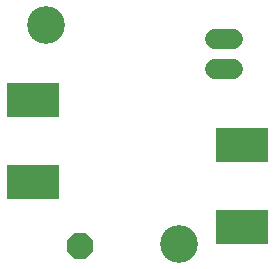
<source format=gbr>
G04 EAGLE Gerber RS-274X export*
G75*
%MOMM*%
%FSLAX34Y34*%
%LPD*%
%INSoldermask Bottom*%
%IPPOS*%
%AMOC8*
5,1,8,0,0,1.08239X$1,22.5*%
G01*
%ADD10C,3.203200*%
%ADD11R,4.394200X2.870200*%
%ADD12C,1.727200*%
%ADD13P,2.384722X8X22.500000*%


D10*
X32380Y215000D03*
X145000Y30000D03*
D11*
X21154Y81894D03*
X21154Y151786D03*
X198846Y113686D03*
X198846Y43794D03*
D12*
X190500Y203200D02*
X175260Y203200D01*
X175260Y177800D02*
X190500Y177800D01*
D13*
X60960Y27940D03*
M02*

</source>
